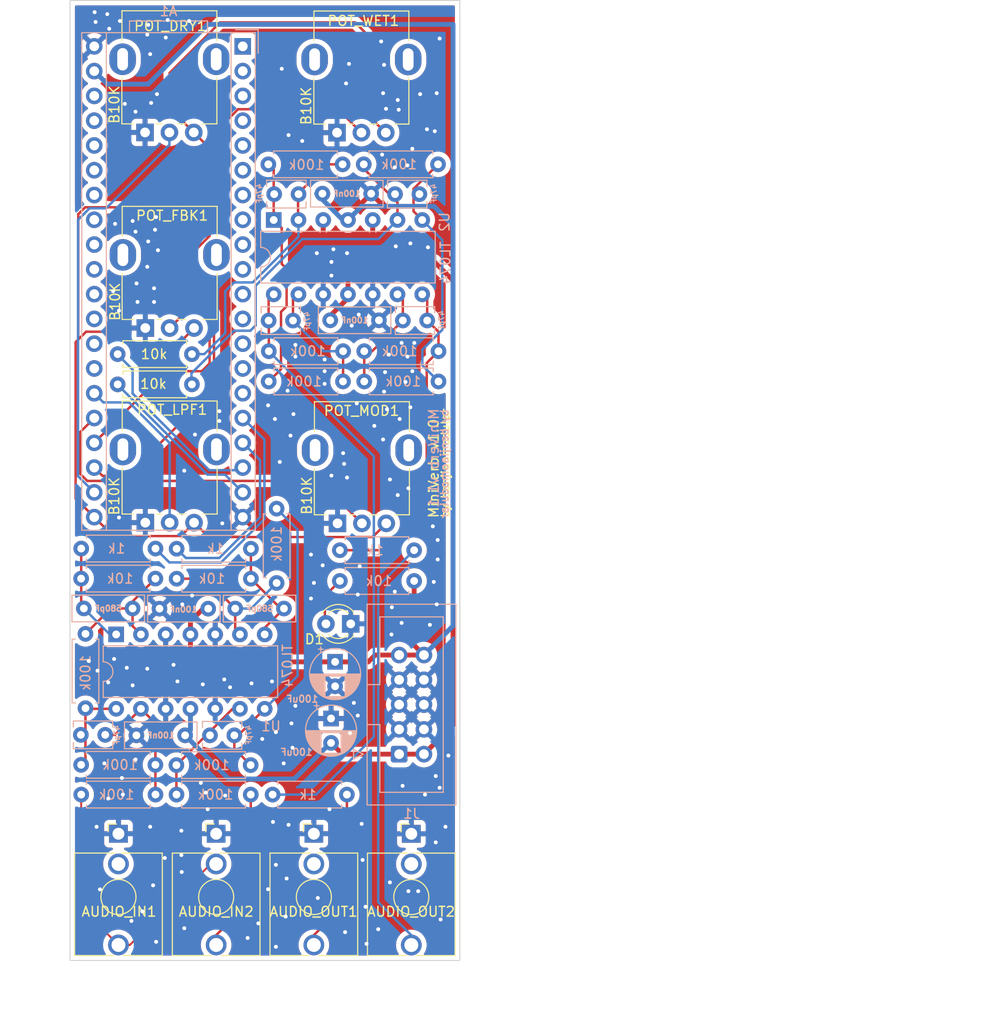
<source format=kicad_pcb>
(kicad_pcb (version 20211014) (generator pcbnew)
  (layers (0 "F.Cu" signal) (31 "B.Cu" signal) (34 "B.Paste" user) (35 "F.Paste" user) (36 "B.SilkS" user "B.Silkscreen") (37 "F.SilkS" user "F.Silkscreen") (38 "B.Mask" user) (39 "F.Mask" user) (44 "Edge.Cuts" user))
  (net 0 "")
  (net 1 "GND")
  (net 3 "Net-(AUDIO_IN1-PadT)")
  (net 4 "Net-(AUDIO_IN2-PadT)")
  (net 6 "Net-(AUDIO_OUT1-PadT)")
  (net 8 "Net-(AUDIO_OUT2-PadT)")
  (net 9 "Net-(C1-Pad2)")
  (net 10 "Net-(C1-Pad1)")
  (net 11 "Net-(C2-Pad2)")
  (net 12 "Net-(C2-Pad1)")
  (net 13 "Net-(C3-Pad1)")
  (net 14 "Net-(C4-Pad2)")
  (net 15 "Net-(C4-Pad1)")
  (net 16 "Net-(C5-Pad2)")
  (net 17 "Net-(C5-Pad1)")
  (net 18 "Net-(C6-Pad1)")
  (net 19 "Net-(C7-Pad2)")
  (net 20 "Net-(C7-Pad1)")
  (net 21 "Net-(C8-Pad1)")
  (net 22 "+12V")
  (net 23 "-12V")
  (net 24 "INT_AUDIO_OUT1")
  (net 25 "INT_AUDIO_IN1")
  (net 26 "INT_AUDIO_IN2")
  (net 27 "INT_AUDIO_OUT2")
  (net 28 "Net-(D1-Pad2)")
  (net 29 "3V3_A")
  (net 30 "DRY")
  (net 31 "FEEDBACK")
  (net 32 "LPF")
  (net 33 "MOD")
  (net 34 "WET")
  (net 35 "3V3_D")
  (net 62 "Net-(C3-Pad2)")
  (net 63 "Net-(C6-Pad2)")
  (net 64 "Net-(C8-Pad2)")
  (footprint "benjiaomodular:AudioJack_3.5mm" (layer "F.Cu") (at 99.995 135.414)
    (fp_text reference "AUDIO_OUT1")
    (fp_text value "MONO_JACK" hide)
  )
  (footprint "benjiaomodular:Potentiometer_RV09" (layer "F.Cu") (at 82.7 83.575 90)
    (fp_text reference "POT_FBK1")
    (fp_text value "B10K")
  )
  (footprint "benjiaomodular:Potentiometer_RV09" (layer "F.Cu") (at 82.675 63.525 90)
    (fp_text reference "POT_DRY1")
    (fp_text value "B10K")
  )
  (footprint "benjiaomodular:Resistor_L6.3mm_D2.5mm_P7.62mm_Horizontal" (layer "F.Cu") (at 87.485 86.25 180)
    (fp_text reference "R1")
    (fp_text value "10k")
  )
  (footprint "benjiaomodular:AudioJack_3.5mm" (layer "F.Cu") (at 89.971 135.414)
    (fp_text reference "AUDIO_IN2")
    (fp_text value "MONO_JACK" hide)
  )
  (footprint "benjiaomodular:AudioJack_3.5mm" (layer "F.Cu") (at 79.945 135.414)
    (fp_text reference "AUDIO_IN1")
    (fp_text value "MONO_JACK" hide)
  )
  (footprint "benjiaomodular:Potentiometer_RV09" (layer "F.Cu") (at 102.375 63.55 90)
    (fp_text reference "POT_WET1")
    (fp_text value "B10K")
  )
  (footprint "benjiaomodular:Potentiometer_RV09" (layer "F.Cu") (at 82.7 103.525 90)
    (fp_text reference "POT_LPF1")
    (fp_text value "B10K")
  )
  (footprint "benjiaomodular:AudioJack_3.5mm" (layer "F.Cu") (at 109.995 135.42)
    (fp_text reference "AUDIO_OUT2")
    (fp_text value "MONO_JACK" hide)
  )
  (footprint "benjiaomodular:Potentiometer_RV09" (layer "F.Cu") (at 102.425 103.596088 90)
    (fp_text reference "POT_MOD1")
    (fp_text value "B10K")
  )
  (footprint "benjiaomodular:Resistor_L6.3mm_D2.5mm_P7.62mm_Horizontal" (layer "F.Cu") (at 87.485 89.35 180)
    (fp_text reference "R16")
    (fp_text value "10k")
  )
  (footprint "LED_THT:LED_D3.0mm" (layer "F.Cu") (at 103.775 113.9 180)
    (fp_text reference "D1")
    (fp_text value "3mm_LED")
  )
  (footprint "benjiaomodular:Resistor_L6.3mm_D2.5mm_P7.62mm_Horizontal" (layer "B.Cu") (at 95.325 66.795)
    (fp_text reference "R3")
    (fp_text value "100k")
  )
  (footprint "benjiaomodular:Capacitor_Rect_L7.2mm_W2.5mm_P5.00mm" (layer "B.Cu") (at 76.395 112.32)
    (fp_text reference "C3")
    (fp_text value "580pF")
  )
  (footprint "benjiaomodular:Resistor_L6.3mm_D2.5mm_P7.62mm_Horizontal" (layer "B.Cu") (at 93.535 109.27 180)
    (fp_text reference "R14")
    (fp_text value "10k")
  )
  (footprint "Package_DIP:DIP-14_W7.62mm" (layer "B.Cu") (at 79.711088 114.984903 -90)
    (fp_text reference "U1")
    (fp_text value "TL074")
  )
  (footprint "benjiaomodular:Capacitor_Rect_L7.2mm_W2.5mm_P5.00mm" (layer "B.Cu") (at 106.675 82.78 180)
    (fp_text reference "C14")
    (fp_text value "100nF")
  )
  (footprint "benjiaomodular:Resistor_L6.3mm_D2.5mm_P7.62mm_Horizontal" (layer "B.Cu") (at 102.985 89.05 180)
    (fp_text reference "R6")
    (fp_text value "100k")
  )
  (footprint "benjiaomodular:Capacitor_Disc_D3.8mm_W2.6mm_P2.50mm" (layer "B.Cu") (at 91.836088 125.324903 180)
    (fp_text reference "C5")
    (fp_text value "47pF")
  )
  (footprint "benjiaomodular:Resistor_L6.3mm_D2.5mm_P7.62mm_Horizontal" (layer "B.Cu") (at 76.561088 114.924903 -90)
    (fp_text reference "R5")
    (fp_text value "100k")
  )
  (footprint "benjiaomodular:Resistor_L6.3mm_D2.5mm_P7.62mm_Horizontal" (layer "B.Cu") (at 93.511088 128.374903 180)
    (fp_text reference "R12")
    (fp_text value "100k")
  )
  (footprint "benjiaomodular:Resistor_L6.3mm_D2.5mm_P7.62mm_Horizontal" (layer "B.Cu") (at 95.375 85.95)
    (fp_text reference "R8")
    (fp_text value "100k")
  )
  (footprint "benjiaomodular:Capacitor_Disc_D3.8mm_W2.6mm_P2.50mm" (layer "B.Cu") (at 111.625 82.8 180)
    (fp_text reference "C8")
    (fp_text value "47pF")
  )
  (footprint "benjiaomodular:Resistor_L6.3mm_D2.5mm_P7.62mm_Horizontal" (layer "B.Cu") (at 83.745 106.18 180)
    (fp_text reference "R10")
    (fp_text value "1k")
  )
  (footprint "benjiaomodular:Capacitor_Disc_D3.8mm_W2.6mm_P2.50mm" (layer "B.Cu") (at 76.086088 125.274903)
    (fp_text reference "C2")
    (fp_text value "47pF")
  )
  (footprint "benjiaomodular:Resistor_L6.3mm_D2.5mm_P7.62mm_Horizontal" (layer "B.Cu") (at 96.175 109.71 90)
    (fp_text reference "R13")
    (fp_text value "100k")
  )
  (footprint "benjiaomodular:Resistor_L6.3mm_D2.5mm_P7.62mm_Horizontal" (layer "B.Cu") (at 85.915 106.2)
    (fp_text reference "R15")
    (fp_text value "1k")
  )
  (footprint "benjiaomodular:Resistor_L6.3mm_D2.5mm_P7.62mm_Horizontal" (layer "B.Cu") (at 76.116088 128.349903)
    (fp_text reference "R4")
    (fp_text value "100k")
  )
  (footprint "benjiaomodular:Resistor_L6.3mm_D2.5mm_P7.62mm_Horizontal" (layer "B.Cu") (at 76.115 109.26)
    (fp_text reference "R7")
    (fp_text value "10k")
  )
  (footprint "benjiaomodular:Resistor_L6.3mm_D2.5mm_P7.62mm_Horizontal" (layer "B.Cu") (at 103.385 131.4 180)
    (fp_text reference "R9")
    (fp_text value "1k")
  )
  (footprint "benjiaomodular:Capacitor_Radial_D5.0mm_P2.5mm" (layer "B.Cu") (at 102.175 117.794888 -90)
    (fp_text reference "C9")
    (fp_text value "100uF")
  )
  (footprint "benjiaomodular:Resistor_L6.3mm_D2.5mm_P7.62mm_Horizontal" (layer "B.Cu") (at 102.665 109.5)
    (fp_text reference "R21")
    (fp_text value "10k")
  )
  (footprint "benjiaomodular:Resistor_L6.3mm_D2.5mm_P7.62mm_Horizontal" (layer "B.Cu") (at 112.785 85.95 180)
    (fp_text reference "R19")
    (fp_text value "100k")
  )
  (footprint "benjiaomodular:Capacitor_Rect_L7.2mm_W2.5mm_P5.00mm" (layer "B.Cu") (at 96.925 112.33 180)
    (fp_text reference "C6")
    (fp_text value "580pF")
  )
  (footprint "benjiaomodular:Resistor_L6.3mm_D2.5mm_P7.62mm_Horizontal" (layer "B.Cu") (at 112.735 66.795 180)
    (fp_text reference "R17")
    (fp_text value "100k")
  )
  (footprint "benjiaomodular:Resistor_L6.3mm_D2.5mm_P7.62mm_Horizontal" (layer "B.Cu") (at 85.901088 131.399903)
    (fp_text reference "R11")
    (fp_text value "100k")
  )
  (footprint "benjiaomodular:Resistor_L6.3mm_D2.5mm_P7.62mm_Horizontal" (layer "B.Cu") (at 110.285 106.35 180)
    (fp_text reference "R20")
    (fp_text value "1k")
  )
  (footprint "benjiaomodular:Capacitor_Radial_D5.0mm_P2.5mm" (layer "B.Cu") (at 101.759 123.6 -90)
    (fp_text reference "C10")
    (fp_text value "100uF")
  )
  (footprint "benjiaomodular:Capacitor_Rect_L7.2mm_W2.5mm_P5.00mm" (layer "B.Cu") (at 100.875 69.8)
    (fp_text reference "C13")
    (fp_text value "100nF")
  )
  (footprint "Package_DIP:DIP-14_W7.62mm" (layer "B.Cu") (at 95.875 72.5 -90)
    (fp_text reference "U2")
    (fp_text value "TL074")
  )
  (footprint "Connector_IDC:IDC-Header_2x05_P2.54mm_Vertical" (layer "B.Cu") (at 108.7475 127.255)
    (fp_text reference "J1")
    (fp_text value "IDC_2x05")
  )
  (footprint "benjiaomodular:Capacitor_Rect_L7.2mm_W2.5mm_P5.00mm" (layer "B.Cu") (at 89.155 112.34 180)
    (fp_text reference "C11")
    (fp_text value "100nF")
  )
  (footprint "benjiaomodular:Capacitor_Disc_D3.8mm_W2.6mm_P2.50mm" (layer "B.Cu") (at 95.355 82.81)
    (fp_text reference "C4")
    (fp_text value "47pF")
  )
  (footprint "benjiaomodular:Capacitor_Rect_L7.2mm_W2.5mm_P5.00mm" (layer "B.Cu") (at 81.786088 125.324903)
    (fp_text reference "C12")
    (fp_text value "100nF")
  )
  (footprint "benjiaomodular:Capacitor_Disc_D3.8mm_W2.6mm_P2.50mm" (layer "B.Cu") (at 110.825 69.85 180)
    (fp_text reference "C7")
    (fp_text value "47pF")
  )
  (footprint "daisy-seed:Device_Audio_Electrosmith_Daisy_Seed" (layer "B.Cu") (at 92.7025 54.7 180)
    (fp_text reference "A1")
    (fp_text value "Device_Audio_Electrosmith_Daisy_Seed_Rev4")
  )
  (footprint "benjiaomodular:Resistor_L6.3mm_D2.5mm_P7.62mm_Horizontal" (layer "B.Cu") (at 105.165 89.05)
    (fp_text reference "R18")
    (fp_text value "100k")
  )
  (footprint "benjiaomodular:Resistor_L6.3mm_D2.5mm_P7.62mm_Horizontal" (layer "B.Cu") (at 83.746088 131.399903 180)
    (fp_text reference "R2")
    (fp_text value "100k")
  )
  (footprint "benjiaomodular:Capacitor_Disc_D3.8mm_W2.6mm_P2.50mm" (layer "B.Cu") (at 95.925 69.85)
    (fp_text reference "C1")
    (fp_text value "47pF")
  )
  (gr_line (start 74.975 148.4) (end 114.975 148.4) (layer "Edge.Cuts") (width 0.1))
  (gr_line (start 74.975 50) (end 74.975 148.4) (layer "Edge.Cuts") (width 0.1))
  (gr_line (start 114.975 148.4) (end 114.975 50) (layer "Edge.Cuts") (width 0.1))
  (gr_line (start 114.975 50) (end 74.975 50) (layer "Edge.Cuts") (width 0.1))
  (gr_text "MiniVerb v1.1" (at 112.3 96.9 90) (layer "B.SilkS") (effects (font (size 1 1)) (justify mirror)))
  (gr_text "by benjiaomodular" (at 113.4 97.5 -270) (layer "B.SilkS") (effects (font (size 0.8 0.8)) (justify mirror)))
  (gr_text "MiniVerb v1.0" (at 112.29 97.97 90) (layer "F.SilkS") (effects (font (size 1 1))))
  (gr_text "by benjiaomodular" (at 113.49 97.41 90) (layer "F.SilkS") (effects (font (size 0.8 0.8))))
  (via (at 78.8 51.4) (size 0.8) (drill 0.4) (layers "F.Cu" "B.Cu") (net 1))
  (via (at 95.7 119.8) (size 0.8) (drill 0.4) (layers "F.Cu" "B.Cu") (net 1))
  (via (at 112.6 59.5) (size 0.8) (drill 0.4) (layers "F.Cu" "B.Cu") (net 1))
  (via (at 108.7 61.2) (size 0.8) (drill 0.4) (layers "F.Cu" "B.Cu") (net 1))
  (via (at 104.7 108) (size 0.8) (drill 0.4) (layers "F.Cu" "B.Cu") (net 1))
  (via (at 87.2 52.1) (size 0.8) (drill 0.4) (layers "F.Cu" "B.Cu") (net 1))
  (via (at 109.9 91.7) (size 0.8) (drill 0.4) (layers "F.Cu" "B.Cu") (net 1))
  (via (at 89.1 132.9) (size 0.8) (drill 0.4) (layers "F.Cu" "B.Cu") (net 1))
  (via (at 83.2 55.5) (size 0.8) (drill 0.4) (layers "F.Cu" "B.Cu") (net 1))
  (via (at 113.5 134.7) (size 0.8) (drill 0.4) (layers "F.Cu" "B.Cu") (net 1))
  (via (at 86.7 145.1) (size 0.8) (drill 0.4) (layers "F.Cu" "B.Cu") (net 1))
  (via (at 86.434878 139.334878) (size 0.8) (drill 0.4) (layers "F.Cu" "B.Cu") (net 1))
  (via (at 86.4 137.6) (size 0.8) (drill 0.4) (layers "F.Cu" "B.Cu") (net 1))
  (via (at 81.7 61.4) (size 0.8) (drill 0.4) (layers "F.Cu" "B.Cu") (net 1))
  (via (at 82.9 118.5) (size 0.8) (drill 0.4) (layers "F.Cu" "B.Cu") (net 1))
  (via (at 109.4 89.1) (size 0.8) (drill 0.4) (layers "F.Cu" "B.Cu") (net 1))
  (via (at 82.9 53.5) (size 0.8) (drill 0.4) (layers "F.Cu" "B.Cu") (net 1))
  (via (at 104.9 134.4) (size 0.8) (drill 0.4) (layers "F.Cu" "B.Cu") (net 1))
  (via (at 97.3 90) (size 0.8) (drill 0.4) (layers "F.Cu" "B.Cu") (net 1))
  (via (at 96.5 97.3) (size 0.8) (drill 0.4) (layers "F.Cu" "B.Cu") (net 1))
  (via (at 111.6 63.2) (size 0.8) (drill 0.4) (layers "F.Cu" "B.Cu") (net 1))
  (via (at 112.6 111.9) (size 0.8) (drill 0.4) (layers "F.Cu" "B.Cu") (net 1))
  (via (at 99.7 106.8) (size 0.8) (drill 0.4) (layers "F.Cu" "B.Cu") (net 1))
  (via (at 108.6 100.7) (size 0.8) (drill 0.4) (layers "F.Cu" "B.Cu") (net 1))
  (via (at 97.4 134.5) (size 0.8) (drill 0.4) (layers "F.Cu" "B.Cu") (net 1))
  (via (at 108.3 67.1) (size 0.8) (drill 0.4) (layers "F.Cu" "B.Cu") (net 1))
  (via (at 83.5 140.7) (size 0.8) (drill 0.4) (layers "F.Cu" "B.Cu") (net 1))
  (via (at 93.6 120) (size 0.8) (drill 0.4) (layers "F.Cu" "B.Cu") (net 1))
  (via (at 107.4 61.1) (size 0.8) (drill 0.4) (layers "F.Cu" "B.Cu") (net 1))
  (via (at 110.9 59.6) (size 0.8) (drill 0.4) (layers "F.Cu" "B.Cu") (net 1))
  (via (at 86.5 111.9) (size 0.8) (drill 0.4) (layers "F.Cu" "B.Cu") (net 1))
  (via (at 81.8 79) (size 0.8) (drill 0.4) (layers "F.Cu" "B.Cu") (net 1))
  (via (at 77.7 134.7) (size 0.8) (drill 0.4) (layers "F.Cu" "B.Cu") (net 1))
  (via (at 83.9 59.6) (size 0.8) (drill 0.4) (layers "F.Cu" "B.Cu") (net 1))
  (via (at 110.7 141.3) (size 0.8) (drill 0.4) (layers "F.Cu" "B.Cu") (net 1))
  (via (at 100.3 75.9) (size 0.8) (drill 0.4) (layers "F.Cu" "B.Cu") (net 1))
  (via (at 101.1 88) (size 0.8) (drill 0.4) (layers "F.Cu" "B.Cu") (net 1))
  (via (at 96.9 128.2) (size 0.8) (drill 0.4) (layers "F.Cu" "B.Cu") (net 1))
  (via (at 109 85.1) (size 0.8) (drill 0.4) (layers "F.Cu" "B.Cu") (net 1))
  (via (at 109.6 86.5) (size 0.8) (drill 0.4) (layers "F.Cu" "B.Cu") (net 1))
  (via (at 84 75.6) (size 0.8) (drill 0.4) (layers "F.Cu" "B.Cu") (net 1))
  (via (at 78.05 141.12) (size 0.8) (drill 0.4) (layers "F.Cu" "B.Cu") (net 1))
  (via (at 81.28 144.35) (size 0.8) (drill 0.4) (layers "F.Cu" "B.Cu") (net 1))
  (via (at 111.9 114) (size 0.8) (drill 0.4) (layers "F.Cu" "B.Cu") (net 1))
  (via (at 94.3 144.6) (size 0.8) (drill 0.4) (layers "F.Cu" "B.Cu") (net 1))
  (via (at 88.9 131.2) (size 0.8) (drill 0.4) (layers "F.Cu" "B.Cu") (net 1))
  (via (at 106.2 93.6) (size 0.8) (drill 0.4) (layers "F.Cu" "B.Cu") (net 1))
  (via (at 80 103) (size 0.8) (drill 0.4) (layers "F.Cu" "B.Cu") (net 1))
  (via (at 97.6 94.6) (size 0.8) (drill 0.4) (layers "F.Cu" "B.Cu") (net 1))
  (via (at 86.7 98.2) (size 0.8) (drill 0.4) (layers "F.Cu" "B.Cu") (net 1))
  (via (at 98.1 86.5) (size 0.8) (drill 0.4) (layers "F.Cu" "B.Cu") (net 1))
  (via (at 90.8 119.6) (size 0.8) (drill 0.4) (layers "F.Cu" "B.Cu") (net 1))
  (via (at 112.5 136.3) (size 0.8) (drill 0.4) (layers "F.Cu" "B.Cu") (net 1))
  (via (at 111.7 75.3) (size 0.8) (drill 0.4) (layers "F.Cu" "B.Cu") (net 1))
  (via (at 110.1 65.2) (size 0.8) (drill 0.4) (layers "F.Cu" "B.Cu") (net 1))
  (via (at 112.7 107.3) (size 0.8) (drill 0.4) (layers "F.Cu" "B.Cu") (net 1))
  (via (at 101.8 78.2) (size 0.8) (drill 0.4) (layers "F.Cu" "B.Cu") (net 1))
  (via (at 82.397219 143.372538) (size 0.8) (drill 0.4) (layers "F.Cu" "B.Cu") (net 1))
  (via (at 101.6 132.9) (size 0.8) (drill 0.4) (layers "F.Cu" "B.Cu") (net 1))
  (via (at 107.7 86.3) (size 0.8) (drill 0.4) (layers "F.Cu" "B.Cu") (net 1))
  (via (at 112.3 109.6) (size 0.8) (drill 0.4) (layers "F.Cu" "B.Cu") (net 1))
  (via (at 106.9 54.2) (size 0.8) (drill 0.4) (layers "F.Cu" "B.Cu") (net 1))
  (via (at 105 138.1) (size 0.8) (drill 0.4) (layers "F.Cu" "B.Cu") (net 1))
  (via (at 95.8 134.2) (size 0.8) (drill 0.4) (layers "F.Cu" "B.Cu") (net 1))
  (via (at 80 81.8) (size 0.8) (drill 0.4) (layers "F.Cu" "B.Cu") (net 1))
  (via (at 81.7 127.8) (size 0.8) (drill 0.4) (layers "F.Cu" "B.Cu") (net 1))
  (via (at 81.4 72.6) (size 0.8) (drill 0.4) (layers "F.Cu" "B.Cu") (net 1))
  (via (at 81.7 73.7) (size 0.8) (drill 0.4) (layers "F.Cu" "B.Cu") (net 1))
  (via (at 97.4 63.8) (size 0.8) (drill 0.4) (layers "F.Cu" "B.Cu") (net 1))
  (via (at 112.5 129.5) (size 0.8) (drill 0.4) (layers "F.Cu" "B.Cu") (net 1))
  (via (at 107.2 56.6) (size 0.8) (drill 0.4) (layers "F.Cu" "B.Cu") (net 1))
  (via (at 97.2 140) (size 0.8) (drill 0.4) (layers "F.Cu" "B.Cu") (net 1))
  (via (at 113 144.2) (size 0.8) (drill 0.4) (layers "F.Cu" "B.Cu") (net 1))
  (via (at 108.6 60.2) (size 0.8) (drill 0.4) (layers "F.Cu" "B.Cu") (net 1))
  (via (at 85 52) (size 0.8) (drill 0.4) (layers "F.Cu" "B.Cu") (net 1))
  (via (at 86.4 135.1) (size 0.8) (drill 0.4) (layers "F.Cu" "B.Cu") (net 1))
  (via (at 107.3 88.1) (size 0.8) (drill 0.4) (layers "F.Cu" "B.Cu") (net 1))
  (via (at 78.5 128.2) (size 0.8) (drill 0.4) (layers "F.Cu" "B.Cu") (net 1))
  (via (at 83.8 72.2) (size 0.8) (drill 0.4) (layers "F.Cu" "B.Cu") (net 1))
  (via (at 80.1 52.1) (size 0.8) (drill 0.4) (layers "F.Cu" "B.Cu") (net 1))
  (via (at 105.4 146.7) (size 0.8) (drill 0.4) (layers "F.Cu" "B.Cu") (net 1))
  (via (at 107.1 59.5) (size 0.8) (drill 0.4) (layers "F.Cu" "B.Cu") (net 1))
  (via (at 105.3 142.9) (size 0.8) (drill 0.4) (layers "F.Cu" "B.Cu") (net 1))
  (via (at 103.4 75.9) (size 0.8) (drill 0.4) (layers "F.Cu" "B.Cu") (net 1))
  (via (at 80.4 131.4) (size 0.8) (drill 0.4) (layers "F.Cu" "B.Cu") (net 1))
  (via (at 77.8 118.7) (size 0.8) (drill 0.4) (layers "F.Cu" "B.Cu") (net 1))
  (via (at 83 74.7) (size 0.8) (drill 0.4) (layers "F.Cu" "B.Cu") (net 1))
  (via (at 107.960068 114.986771) (size 0.8) (drill 0.4) (layers "F.Cu" "B.Cu") (net 1))
  (via (at 101.1 86.8) (size 0.8) (drill 0.4) (layers "F.Cu" "B.Cu") (net 1))
  (via (at 112.4 63.4) (size 0.8) (drill 0.4) (layers "F.Cu" "B.Cu") (net 1))
  (via (at 96.1 125) (size 0.8) (drill 0.4) (layers "F.Cu" "B.Cu") (net 1))
  (via (at 88.4 130.2) (size 0.8) (drill 0.4) (layers "F.Cu" "B.Cu") (net 1))
  (via (at 104.5 110.9) (size 0.8) (drill 0.4) (layers "F.Cu" "B.Cu") (net 1))
  (via (at 109.6 66.9) (size 0.8) (drill 0.4) (layers "F.Cu" "B.Cu") (net 1))
  (via (at 107.2 90.1) (size 0.8) (drill 0.4) (layers "F.Cu" "B.Cu") (net 1))
  (via (at 79.4 79.8) (size 0.8) (drill 0.4) (layers "F.Cu" "B.Cu") (net 1))
  (via (at 96 92.9) (size 0.8) (drill 0.4) (layers "F.Cu" "B.Cu") (net 1))
  (via (at 96.1 147) (size 0.8) (drill 0.4) (layers "F.Cu" "B.Cu") (net 1))
  (via (at 98.8 64.4) (size 0.8) (drill 0.4) (layers "F.Cu" "B.Cu") (net 1))
  (via (at 80.3 129.7) (size 0.8) (drill 0.4) (layers "F.Cu" "B.Cu") (net 1))
  (via (at 77.5 51.2) (size 0.8) (drill 0.4) (layers "F.Cu" "B.Cu") (net 1))
  (via (at 77.6 52.2) (size 0.8) (drill 0.4) (layers "F.Cu" "B.Cu") (net 1))
  (via (at 95.3 91.5) (size 0.8) (drill 0.4) (layers "F.Cu" "B.Cu") (net 1))
  (via (at 78.9 131.8) (size 0.8) (drill 0.4) (layers "F.Cu" "B.Cu") (net 1))
  (via (at 86 119.8) (size 0.8) (drill 0.4) (layers "F.Cu" "B.Cu") (net 1))
  (via (at 107.8 99.1) (size 0.8) (drill 0.4) (layers "F.Cu" "B.Cu") (net 1))
  (via (at 79.5 117.5) (size 0.8) (drill 0.4) (layers "F.Cu" "B.Cu") (net 1))
  (via (at 97.1 143.9) (size 0.8) (drill 0.4) (layers "F.Cu" "B.Cu") (net 1))
  (via (at 96.7 57) (size 0.8) (drill 0.4) (layers "F.Cu" "B.Cu") (net 1))
  (via (at 97.8 126.6) (size 0.8) (drill 0.4) (layers "F.Cu" "B.Cu") (net 1))
  (via (at 82.9 77.3) (size 0.8) (drill 0.4) (layers "F.Cu" "B.Cu") (net 1))
  (via (at 109.1 130.5) (size 0.8) (drill 0.4) (layers "F.Cu" "B.Cu") (net 1))
  (via (at 81.4 120.2) (size 0.8) (drill 0.4) (layers "F.Cu" "B.Cu") (net 1))
  (via (at 84.7 137.9) (size 0.8) (drill 0.4) (layers "F.Cu" "B.Cu") (net 1))
  (via (at 101.1 89.3) (size 0.8) (drill 0.4) (layers "F.Cu" "B.Cu") (net 1))
  (via (at 108.8 92.9) (size 0.8) (drill 0.4) (layers "F.Cu" "B.Cu") (net 1))
  (via (at 90.6 103.6) (size 0.8) (drill 0.4) (layers "F.Cu" "B.Cu") (net 1))
  (via (at 100.9 107.9) (size 0.8) (drill 0.4) (layers "F.Cu" "B.Cu") (net 1))
  (via (at 76.9 117.7) (size 0.8) (drill 0.4) (layers "F.Cu" "B.Cu") (net 1))
  (via (at 101.8 76.8) (size 0.8) (drill 0.4) (layers "F.Cu" "B.Cu") (net 1))
  (via (at 103.7 125.1) (size 0.8) (drill 0.4) (layers "F.Cu" "B.Cu") (net 1))
  (via (at 83.3 60.5) (size 0.8) (drill 0.4) (layers "F.Cu" "B.Cu") (net 1))
  (via (at 108 112.2) (size 0.8) (drill 0.4) (layers "F.Cu" "B.Cu") (net 1))
  (via (at 110.3 85.1) (size 0.8) (drill 0.4) (layers "F.Cu" "B.Cu") (net 1))
  (via (at 97.7 124.1) (size 0.8) (drill 0.4) (layers "F.Cu" "B.Cu") (net 1))
  (via (at 112.2 103.9) (size 0.8) (drill 0.4) (layers "F.Cu" "B.Cu") (net 1))
  (via (at 100 109.7) (size 0.8) (drill 0.4) (layers "F.Cu" "B.Cu") (net 1))
  (via (at 83.2 134.7) (size 0.8) (drill 0.4) (layers "F.Cu" "B.Cu") (net 1))
  (via (at 108.4 75.2) (size 0.8) (drill 0.4) (layers "F.Cu" "B.Cu") (net 1))
  (via (at 83.81 146.49) (size 0.8) (drill 0.4) (layers "F.Cu" "B.Cu") (net 1))
  (via (at 83.6 80.9) (size 0.8) (drill 0.4) (layers "F.Cu" "B.Cu") (net 1))
  (via (at 113.8 127.4) (size 0.8) (drill 0.4) (layers "F.Cu" "B.Cu") (net 1))
  (via (at 83 52.5) (size 0.8) (drill 0.4) (layers "F.Cu" "B.Cu") (net 1))
  (via (at 110.1 88) (size 0.8) (drill 0.4) (layers "F.Cu" "B.Cu") (net 1))
  (via (at 107.5 91.9) (size 0.8) (drill 0.4) (layers "F.Cu" "B.Cu") (net 1))
  (via (at 80.6 60.6) (size 0.8) (drill 0.4) (layers "F.Cu" "B.Cu") (net 1))
  (via (at 90.3 92.1) (size 0.8) (drill 0.4) (layers "F.Cu" "B.Cu") (net 1))
  (via (at 104.6 82.2) (size 0.8) (drill 0.4) (layers "F.Cu" "B.Cu") (net 1))
  (via (at 79.6 72.9) (size 0.8) (drill 0.4) (layers "F.Cu" "B.Cu") (net 1))
  (via (at 90.9 131.5) (size 0.8) (drill 0.4) (layers "F.Cu" "B.Cu") (net 1))
  (via (at 104.1 122) (size 0.8) (drill 0.4) (layers "F.Cu" "B.Cu") (net 1))
  (via (at 94.7 125.7) (size 0.8) (drill 0.4) (layers "F.Cu" "B.Cu") (net 1))
  (via (at 84.8 53.8) (size 0.8) (drill 0.4) (layers "F.Cu" "B.Cu") (net 1))
  (via (at 103.1 97.5) (size 0.8) (drill 0.4) (layers "F.Cu" "B.Cu") (net 1))
  (via (at 103.878106 83.327556) (size 0.8) (drill 0.4) (layers "F.Cu" "B.Cu") (net 1))
  (via (at 85.6 118.1) (size 0.8) (drill 0.4) (layers "F.Cu" "B.Cu") (net 1))
  (via (at 112.9 130.7) (size 0.8) (drill 0.4) (layers "F.Cu" "B.Cu") (net 1))
  (via (at 103.6 56.5) (size 0.8) (drill 0.4) (layers "F.Cu" "B.Cu") (net 1))
  (via (at 104.5 123.3) (size 0.8) (drill 0.4) (layers "F.Cu" "B.Cu") (net 1))
  (via (at 83.7 73.5) (size 0.8) (drill 0.4) (layers "F.Cu" "B.Cu") (net 1))
  (via (at 106.6 145.2) (size 0.8) (drill 0.4) (layers "F.Cu" "B.Cu") (net 1))
  (via (at 81.9 80.9) (size 0.8) (drill 0.4) (layers "F.Cu" "B.Cu") (net 1))
  (via (at 103.2 145.5) (size 0.8) (drill 0.4) (layers "F.Cu" "B.Cu") (net 1))
  (via (at 101.8 98.7) (size 0.8) (drill 0.4) (layers "F.Cu" "B.Cu") (net 1))
  (via (at 107 65.8) (size 0.8) (drill 0.4) (layers "F.Cu" "B.Cu") (net 1))
  (via (at 107.1 95) (size 0.8) (drill 0.4) (layers "F.Cu" "B.Cu") (net 1))
  (via (at 103.4 98.9) (size 0.8) (drill 0.4) (layers "F.Cu" "B.Cu") (net 1))
  (via (at 99.7 111.3) (size 0.8) (drill 0.4) (layers "F.Cu" "B.Cu") (net 1))
  (via (at 103 96.4) (size 0.8) (drill 0.4) (layers "F.Cu" "B.Cu") (net 1))
  (via (at 107.8 140.4) (size 0.8) (drill 0.4) (layers "F.Cu" "B.Cu") (net 1))
  (via (at 97.9 92.4) (size 0.8) (drill 0.4) (layers "F.Cu" "B.Cu") (net 1))
  (via (at 112.9 53.9) (size 0.8) (drill 0.4) (layers "F.Cu" "B.Cu") (net 1))
  (via (at 87.5 111) (size 0.8) (drill 0.4) (layers "F.Cu" "B.Cu") (net 1))
  (via (at 80.8 118.4) (size 0.8) (drill 0.4) (layers "F.Cu" "B.Cu") (net 1))
  (via (at 104.4 91.3) (size 0.8) (drill 0.4) (layers "F.Cu" "B.Cu") (net 1))
  (via (at 109.7 141.3) (size 0.8) (drill 0.4) (layers "F.Cu" "B.Cu") (net 1))
  (via (at 98.1 122.3) (size 0.8) (drill 0.4) (layers "F.Cu" "B.Cu") (net 1))
  (via (at 93.2 146.1) (size 0.8) (drill 0.4) (layers "F.Cu" "B.Cu") (net 1))
  (via (at 78.9 119.9) (size 0.8) (drill 0.4) (layers "F.Cu" "B.Cu") (net 1))
  (via (at 83.6 79.5) (size 0.8) (drill 0.4) (layers "F.Cu" "B.Cu") (net 1))
  (via (at 112.7 105.3) (size 0.8) (drill 0.4) (layers "F.Cu" "B.Cu") (net 1))
  (via (at 98.1 85.3) (size 0.8) (drill 0.4) (layers "F.Cu" "B.Cu") (net 1))
  (via (at 100.4 142) (size 0.8) (drill 0.4) (layers "F.Cu" "B.Cu") (net 1))
  (via (at 103.3 58.5) (size 0.8) (drill 0.4) (layers "F.Cu" "B.Cu") (net 1))
  (via (at 90.3 93.1) (size 0.8) (drill 0.4) (layers "F.Cu" "B.Cu") (net 1))
  (via (at 79 52.9) (size 0.8) (drill 0.4) (layers "F.Cu" "B.Cu") (net 1))
  (via (at 109.9 74.9) (size 0.8) (drill 0.4) (layers "F.Cu" "B.Cu") (net 1))
  (via (at 108.3 110.6) (size 0.8) (drill 0.4) (layers "F.Cu" "B.Cu") (net 1))
  (via (at 109 113.8) (size 0.8) (drill 0.4) (layers "F.Cu" "B.Cu") (net 1))
  (via (at 95.3 141.1) (size 0.8) (drill 0.4) (layers "F.Cu" "B.Cu") (net 1))
  (via (at 111.4 131.4) (size 0.8) (drill 0.4) (layers "F.Cu" "B.Cu") (net 1))
  (via (at 91.4 120.4) (size 0.8) (drill 0.4) (layers "F.Cu" "B.Cu") (net 1))
  (via (at 88.6 120.1) (size 0.8) (drill 0.4) (layers "F.Cu" "B.Cu") (net 1))
  (via (at 109.7 100) (size 0.8) (drill 0.4) (layers "F.Cu" "B.Cu") (net 1))
  (via (at 102 75.5) (size 0.8) (drill 0.4) (layers "F.Cu" "B.Cu") (net 1))
  (via (at 96.1 138.6) (size 0.8) (drill 0.4) (layers "F.Cu" "B.Cu") (net 1))
  (via (at 87.8 94.5) (size 0.8) (drill 0.4) (layers "F.Cu" "B.Cu") (net 1))
  (segment (start 76.126088 131.399903) (end 76.126088 142.995088) (width 0.2) (layer "F.Cu") (net 3))
  (segment (start 89.416 138.514) (end 81.116 146.814) (width 0.2) (layer "F.Cu") (net 3))
  (segment (start 76.126088 142.995088) (end 79.945 146.814) (width 0.2) (layer "F.Cu") (net 3))
  (segment (start 89.971 138.514) (end 89.416 138.514) (width 0.2) (layer "F.Cu") (net 3))
  (segment (start 81.116 146.814) (end 79.945 146.814) (width 0.2) (layer "F.Cu") (net 3))
  (segment (start 93.521088 131.399903) (end 93.521088 142.261) (width 0.25) (layer "F.Cu") (net 4))
  (segment (start 93.521088 142.261) (end 89.971 145.811088) (width 0.25) (layer "F.Cu") (net 4))
  (segment (start 103.385 142.421088) (end 99.995 145.811088) (width 0.25) (layer "F.Cu") (net 6))
  (segment (start 103.385 131.4) (end 103.385 142.421088) (width 0.25) (layer "F.Cu") (net 6))
  (segment (start 106.599501 110.035499) (end 106.599501 142.421589) (width 0.25) (layer "B.Cu") (net 8))
  (segment (start 106.599501 142.421589) (end 109.995 145.817088) (width 0.25) (layer "B.Cu") (net 8))
  (segment (start 110.285 106.35) (end 106.599501 110.035499) (width 0.25) (layer "B.Cu") (net 8))
  (segment (start 98.375 69.8) (end 98.375 72.46) (width 0.25) (layer "F.Cu") (net 9))
  (segment (start 98.375 72.46) (end 98.415 72.5) (width 0.25) (layer "F.Cu") (net 9))
  (segment (start 101.38 66.795) (end 98.375 69.8) (width 0.25) (layer "F.Cu") (net 9))
  (segment (start 102.945 66.795) (end 101.38 66.795) (width 0.25) (layer "F.Cu") (net 9))
  (segment (start 90.9 79.8) (end 90.9 84.1) (width 0.25) (layer "B.Cu") (net 9))
  (segment (start 98.415 74.21) (end 93.725 78.9) (width 0.25) (layer "B.Cu") (net 9))
  (segment (start 98.415 72.5) (end 98.415 74.21) (width 0.25) (layer "B.Cu") (net 9))
  (segment (start 93.725 78.9) (end 91.8 78.9) (width 0.25) (layer "B.Cu") (net 9))
  (segment (start 90.9 84.1) (end 88.75 86.25) (width 0.25) (layer "B.Cu") (net 9))
  (segment (start 88.75 86.25) (end 87.435 86.25) (width 0.25) (layer "B.Cu") (net 9))
  (segment (start 91.8 78.9) (end 90.9 79.8) (width 0.25) (layer "B.Cu") (net 9))
  (segment (start 95.325 66.795) (end 95.875 67.345) (width 0.25) (layer "F.Cu") (net 10))
  (segment (start 96.625 87.79) (end 96.625 81.920284) (width 0.25) (layer "F.Cu") (net 10))
  (segment (start 95.875 67.345) (end 95.875 72.5) (width 0.25) (layer "F.Cu") (net 10))
  (segment (start 95.365 89.05) (end 96.625 87.79) (width 0.25) (layer "F.Cu") (net 10))
  (segment (start 97.2 81.345284) (end 97.2 77.5) (width 0.25) (layer "F.Cu") (net 10))
  (segment (start 96.7 73.325) (end 95.875 72.5) (width 0.25) (layer "F.Cu") (net 10))
  (segment (start 97.2 77.5) (end 96.7 77) (width 0.25) (layer "F.Cu") (net 10))
  (segment (start 96.625 81.920284) (end 97.2 81.345284) (width 0.25) (layer "F.Cu") (net 10))
  (segment (start 96.7 77) (end 96.7 73.325) (width 0.25) (layer "F.Cu") (net 10))
  (segment (start 82.251088 122.604903) (end 83.736088 124.089903) (width 0.25) (layer "F.Cu") (net 11))
  (segment (start 83.736088 128.349903) (end 83.736088 131.389903) (width 0.25) (layer "F.Cu") (net 11))
  (segment (start 79.581088 125.274903) (end 78.586088 125.274903) (width 0.25) (layer "F.Cu") (net 11))
  (segment (start 83.736088 124.089903) (end 83.736088 128.349903) (width 0.25) (layer "F.Cu") (net 11))
  (segment (start 82.251088 122.604903) (end 79.581088 125.274903) (width 0.25) (layer "F.Cu") (net 11))
  (segment (start 83.736088 131.389903) (end 83.746088 131.399903) (width 0.25) (layer "F.Cu") (net 11))
  (segment (start 79.711088 122.604903) (end 76.621088 122.604903) (width 0.25) (layer "F.Cu") (net 12))
  (segment (start 76.561088 122.544903) (end 76.561088 127.904903) (width 0.25) (layer "F.Cu") (net 12))
  (segment (start 76.621088 122.604903) (end 76.561088 122.544903) (width 0.25) (layer "F.Cu") (net 12))
  (segment (start 76.561088 127.904903) (end 76.116088 128.349903) (width 0.25) (layer "F.Cu") (net 12))
  (segment (start 76.125 106.18) (end 76.125 112.05) (width 0.25) (layer "F.Cu") (net 13))
  (segment (start 76.125 112.05) (end 76.395 112.32) (width 0.25) (layer "F.Cu") (net 13))
  (segment (start 76.395 112.32) (end 79.059903 114.984903) (width 0.25) (layer "B.Cu") (net 13))
  (segment (start 79.059903 114.984903) (end 79.711088 114.984903) (width 0.25) (layer "B.Cu") (net 13))
  (segment (start 98.415 80.12) (end 97.855 80.68) (width 0.25) (layer "F.Cu") (net 14))
  (segment (start 102.995 89.04) (end 102.985 89.05) (width 0.25) (layer "F.Cu") (net 14))
  (segment (start 102.995 85.95) (end 102.995 89.04) (width 0.25) (layer "F.Cu") (net 14))
  (segment (start 97.855 80.68) (end 97.855 82.81) (width 0.25) (layer "F.Cu") (net 14))
  (segment (start 97.855 82.81) (end 100.995 85.95) (width 0.25) (layer "B.Cu") (net 14))
  (segment (start 100.995 85.95) (end 102.995 85.95) (width 0.25) (layer "B.Cu") (net 14))
  (segment (start 95.375 85.95) (end 95.375 82.83) (width 0.25) (layer "F.Cu") (net 15))
  (segment (start 95.355 82.81) (end 95.355 80.64) (width 0.25) (layer "F.Cu") (net 15))
  (segment (start 95.355 80.64) (end 95.875 80.12) (width 0.25) (layer "F.Cu") (net 15))
  (segment (start 95.375 82.83) (end 95.355 82.81) (width 0.25) (layer "F.Cu") (net 15))
  (segment (start 106.15 96.725) (end 106.15 125.475) (width 0.25) (layer "B.Cu") (net 15))
  (segment (start 95.375 85.95) (end 106.15 96.725) (width 0.25) (layer "B.Cu") (net 15))
  (segment (start 100.225 131.4) (end 95.765 131.4) (width 0.25) (layer "B.Cu") (net 15))
  (segment (start 100.225 131.4) (end 106.15 125.475) (width 0.25) (layer "B.Cu") (net 15))
  (segment (start 85.891088 128.374903) (end 85.891088 131.389903) (width 0.25) (layer "F.Cu") (net 16))
  (segment (start 85.891088 131.389903) (end 85.901088 131.399903) (width 0.25) (layer "F.Cu") (net 16))
  (segment (start 85.891088 128.374903) (end 91.661088 122.604903) (width 0.25) (layer "F.Cu") (net 16))
  (segment (start 91.661088 122.604903) (end 92.411088 122.604903) (width 0.25) (layer "F.Cu") (net 16))
  (segment (start 91.836088 126.699903) (end 93.511088 128.374903) (width 0.25) (layer "F.Cu") (net 17))
  (segment (start 94.951088 122.604903) (end 92.231088 125.324903) (width 0.25) (layer "F.Cu") (net 17))
  (segment (start 91.836088 125.324903) (end 91.836088 126.699903) (width 0.25) (layer "F.Cu") (net 17))
  (segment (start 92.231088 125.324903) (end 91.836088 125.324903) (width 0.25) (layer "F.Cu") (net 17))
  (segment (start 98.325499 104.240499) (end 98.325499 119.230492) (width 0.25) (layer "B.Cu") (net 17))
  (segment (start 98.325499 119.230492) (end 94.951088 122.604903) (width 0.25) (layer "B.Cu") (net 17))
  (segment (start 96.175 102.09) (end 98.325499 104.240499) (width 0.25) (layer "B.Cu") (net 17))
  (segment (start 96.595 112.33) (end 96.925 112.33) (width 0.25) (layer "F.Cu") (net 18))
  (segment (start 93.535 109.27) (end 96.595 112.33) (width 0.25) (layer "F.Cu") (net 18))
  (segment (start 93.535 106.2) (end 93.535 109.27) (width 0.25) (layer "F.Cu") (net 18))
  (segment (start 96.925 112.33) (end 94.951088 114.303912) (width 0.25) (layer "F.Cu") (net 18))
  (segment (start 94.951088 114.303912) (end 94.951088 114.984903) (width 0.25) (layer "F.Cu") (net 18))
  (segment (start 108.575 72.5) (end 108.575 70.7) (width 0.25) (layer "F.Cu") (net 19))
  (segment (start 107.725 69.85) (end 105.115 67.24) (width 0.25) (layer "F.Cu") (net 19))
  (segment (start 108.575 70.7) (end 107.725 69.85) (width 0.25) (layer "F.Cu") (net 19))
  (segment (start 105.115 67.24) (end 105.115 66.795) (width 0.25) (layer "F.Cu") (net 19))
  (segment (start 106.625 74.45) (end 98.81069 74.45) (width 0.25) (layer "B.Cu") (net 19))
  (segment (start 91.80363 83.85) (end 87.435 88.21863) (width 0.25) (layer "B.Cu") (net 19))
  (segment (start 87.435 88.21863) (end 87.435 89.35) (width 0.25) (layer "B.Cu") (net 19))
  (segment (start 108.575 72.5) (end 106.625 74.45) (width 0.25) (layer "B.Cu") (net 19))
  (segment (start 98.81069 74.45) (end 94.025 79.23569) (width 0.25) (layer "B.Cu") (net 19))
  (segment (start 94.025 79.23569) (end 94.025 83.3) (width 0.25) (layer "B.Cu") (net 19))
  (segment (start 94.025 83.3) (end 93.475 83.85) (width 0.25) (layer "B.Cu") (net 19))
  (segment (start 93.475 83.85) (end 91.80363 83.85) (width 0.25) (layer "B.Cu") (net 19))
  (segment (start 112.735 66.795) (end 110.225 69.305) (width 0.25) (layer "F.Cu") (net 20))
  (segment (start 110.225 69.305) (end 110.225 69.85) (width 0.25) (layer "F.Cu") (net 20))
  (segment (start 110.225 71.61) (end 111.115 72.5) (width 0.25) (layer "F.Cu") (net 20))
  (segment (start 110.225 69.85) (end 110.225 71.61) (width 0.25) (layer "F.Cu") (net 20))
  (segment (start 111.125 85.8) (end 111.125 87.39) (width 0.25) (layer "B.Cu") (net 20))
  (segment (start 111.125 87.39) (end 112.785 89.05) (width 0.25) (layer "B.Cu") (net 20))
  (segment (start 111.115 72.5) (end 113.175 74.56) (width 0.25) (layer "B.Cu") (net 20))
  (segment (start 113.175 83.75) (end 111.125 85.8) (width 0.25) (layer "B.Cu") (net 20))
  (segment (start 113.175 74.56) (end 113.175 83.75) (width 0.25) (layer "B.Cu") (net 20))
  (segment (start 111.625 82.8) (end 112.785 83.96) (width 0.25) (layer "F.Cu") (net 21))
  (segment (start 111.575 102.65) (end 107.875 106.35) (width 0.25) (layer "F.Cu") (net 21))
  (segment (start 111.575 87.16) (end 111.575 102.65) (width 0.25) (layer "F.Cu") (net 21))
  (segment (start 107.875 106.35) (end 102.665 106.35) (width 0.25) (layer "F.Cu") (net 21))
  (segment (start 112.785 83.96) (end 112.785 85.95) (width 0.25) (layer "F.Cu") (net 21))
  (segment (start 111.115 80.12) (end 111.625 80.63) (width 0.25) (layer "F.Cu") (net 21))
  (segment (start 111.625 80.63) (end 111.625 82.8) (width 0.25) (layer "F.Cu") (net 21))
  (segment (start 112.785 85.95) (end 111.575 87.16) (width 0.25) (layer "F.Cu") (net 21))
  (segment (start 110.285 109.5) (end 110.285 116.0925) (width 0.5) (layer "F.Cu") (net 22))
  (segment (start 87.331088 116.756088) (end 88.369888 117.794888) (width 0.5) (layer "F.Cu") (net 22))
  (segment (start 111.2875 117.095) (end 106.28 117.095) (width 0.5) (layer "F.Cu") (net 22))
  (segment (start 106.28 117.095) (end 105.575 117.8) (width 0.5) (layer "F.Cu") (net 22))
  (segment (start 88.635 112.34) (end 87.331088 113.643912) (width 0.5) (layer "F.Cu") (net 22))
  (segment (start 110.285 116.0925) (end 111.2875 117.095) (width 0.5) (layer "F.Cu") (net 22))
  (segment (start 87.331088 114.984903) (end 87.331088 116.756088) (width 0.5) (layer "F.Cu") (net 22))
  (segment (start 87.331088 113.643912) (end 87.331088 114.984903) (width 0.5) (layer "F.Cu") (net 22))
  (segment (start 105.575 117.8) (end 102.180112 117.8) (width 0.5) (layer "F.Cu") (net 22))
  (segment (start 89.155 112.34) (end 88.635 112.34) (width 0.5) (layer "F.Cu") (net 22))
  (segment (start 88.369888 117.794888) (end 102.175 117.794888) (width 0.5) (layer "F.Cu") (net 22))
  (segment (start 114.275 52.45) (end 114.275 114.1075) (width 0.5) (layer "B.Cu") (net 22))
  (segment (start 84.600499 56.974501) (end 84.600499 56.962033) (width 0.5) (layer "B.Cu") (net 22))
  (segment (start 114.275 114.1075) (end 111.2875 117.095) (width 0.5) (layer "B.Cu") (net 22))
  (segment (start 114.275 73) (end 114.225 73) (width 0.5) (layer "B.Cu") (net 22))
  (segment (start 104.895 71.1) (end 103.495 72.5) (width 0.5) (layer "B.Cu") (net 22))
  (segment (start 112.325 71.1) (end 104.895 71.1) (width 0.5) (layer "B.Cu") (net 22))
  (segment (start 84.600499 56.962033) (end 89.112532 52.45) (width 0.5) (layer "B.Cu") (net 22))
  (segment (start 77.4625 57.24) (end 78.7975 58.575) (width 0.5) (layer "B.Cu") (net 22))
  (segment (start 78.7975 58.575) (end 83 58.575) (width 0.5) (layer "B.Cu") (net 22))
  (segment (start 89.112532 52.45) (end 114.275 52.45) (width 0.5) (layer "B.Cu") (net 22))
  (segment (start 114.225 73) (end 112.325 71.1) (width 0.5) (layer "B.Cu") (net 22))
  (segment (start 103.495 72.5) (end 102.975 72.5) (width 0.5) (layer "B.Cu") (net 22))
  (segment (start 83 58.575) (end 84.600499 56.974501) (width 0.5) (layer "B.Cu") (net 22))
  (segment (start 102.975 72.5) (end 100.275 69.8) (width 0.5) (layer "B.Cu") (net 22))
  (segment (start 103.495 80.12) (end 103.495 78.13) (width 0.5) (layer "F.Cu") (net 23))
  (segment (start 111.2875 127.255) (end 102.914 127.255) (width 0.5) (layer "F.Cu") (net 23))
  (segment (start 114.275 78.7) (end 114.275 124.2675) (width 0.5) (layer "F.Cu") (net 23))
  (segment (start 101.675 82.325) (end 101.675 82.78) (width 0.5) (layer "F.Cu") (net 23))
  (segment (start 104.875 76.75) (end 112.325 76.75) (width 0.5) (layer "F.Cu") (net 23))
  (segment (start 103.495 78.13) (end 104.875 76.75) (width 0.5) (layer "F.Cu") (net 23))
  (segment (start 112.325 76.75) (end 114.275 78.7) (width 0.5) (layer "F.Cu") (net 23))
  (segment (start 114.275 124.2675) (end 111.2875 127.255) (width 0.5) (layer "F.Cu") (net 23))
  (segment (start 102.914 127.255) (end 101.759 126.1) (width 0.5) (layer "F.Cu") (net 23))
  (segment (start 103.495 80.505) (end 101.675 82.325) (width 0.5) (layer "F.Cu") (net 23))
  (segment (start 103.495 80.31) (end 103.495 80.505) (width 0.5) (layer "F.Cu") (net 23))
  (segment (start 97.991 129.8) (end 91.261185 129.8) (width 0.5) (layer "B.Cu") (net 23))
  (segment (start 91.261185 129.8) (end 86.786088 125.324903) (width 0.5) (layer "B.Cu") (net 23))
  (segment (start 87.331088 124.779903) (end 86.786088 125.324903) (width 0.5) (layer "B.Cu") (net 23))
  (segment (start 87.331088 122.604903) (end 87.331088 124.779903) (width 0.5) (layer "B.Cu") (net 23))
  (segment (start 101.691 126.1) (end 97.991 129.8) (width 0.5) (layer "B.Cu") (net 23))
  (segment (start 89.261189 98.150499) (end 81.4 90.28931) (width 0.25) (layer "B.Cu") (net 24))
  (segment (start 92.432001 98.150499) (end 89.261189 98.150499) (width 0.25) (layer "B.Cu") (net 24))
  (segment (start 92.7025 97.88) (end 92.432001 98.150499) (width 0.25) (layer "B.Cu") (net 24))
  (segment (start 81.4 90.28931) (end 81.4 87.835) (width 0.25) (layer "B.Cu") (net 24))
  (segment (start 81.4 87.835) (end 79.815 86.25) (width 0.25) (layer "B.Cu") (net 24))
  (segment (start 94.924501 103.150499) (end 90.475 107.6) (width 0.25) (layer "B.Cu") (net 25))
  (segment (start 85.165 107.6) (end 83.745 106.18) (width 0.25) (layer "B.Cu") (net 25))
  (segment (start 94.924501 95.022001) (end 94.924501 103.150499) (width 0.25) (layer "B.Cu") (net 25))
  (segment (start 92.7025 92.8) (end 94.924501 95.022001) (width 0.25) (layer "B.Cu") (net 25))
  (segment (start 90.475 107.6) (end 85.165 107.6) (width 0.25) (layer "B.Cu") (net 25))
  (segment (start 94.475 102.96431) (end 94.475 97.1125) (width 0.25) (layer "B.Cu") (net 26))
  (segment (start 90.28931 107.15) (end 94.475 102.96431) (width 0.25) (layer "B.Cu") (net 26))
  (segment (start 86.865 107.15) (end 90.28931 107.15) (width 0.25) (layer "B.Cu") (net 26))
  (segment (start 85.915 106.2) (end 86.865 107.15) (width 0.25) (layer "B.Cu") (net 26))
  (segment (start 94.475 97.1125) (end 92.7025 95.34) (width 0.25) (layer "B.Cu") (net 26))
  (segment (start 89.075 98.6) (end 79.825 89.35) (width 0.25) (layer "B.Cu") (net 27))
  (segment (start 92.7025 100.42) (end 90.8825 98.6) (width 0.25) (layer "B.Cu") (net 27))
  (segment (start 90.8825 98.6) (end 89.075 98.6) (width 0.25) (layer "B.Cu") (net 27))
  (segment (start 102.665 109.5) (end 101.125 111.04) (width 0.25) (layer "F.Cu") (net 28))
  (segment (start 101.125 113.79) (end 101.16 113.825) (width 0.25) (layer "F.Cu") (net 28))
  (segment (start 101.125 111.04) (end 101.125 113.79) (width 0.25) (layer "F.Cu") (net 28))
  (segment (start 83.425 71.2) (end 88.8 65.825) (width 0.25) (layer "F.Cu") (net 29))
  (segment (start 75.550499 101.047999) (end 75.550499 85.024501) (width 0.25) (layer "F.Cu") (net 29))
  (segment (start 87.625 83.675) (end 87.625 83.575) (width 0.25) (layer "F.Cu") (net 29))
  (segment (start 86.35 104.9) (end 79.4025 104.9) (width 0.25) (layer "F.Cu") (net 29))
  (segment (start 85.2 61.05) (end 85.2 57.425) (width 0.25) (layer "F.Cu") (net 29))
  (segment (start 75.550499 85.024501) (end 76.625 83.95) (width 0.25) (layer "F.Cu") (net 29))
  (segment (start 107.425 103.596088) (end 106.021088 105) (width 0.25) (layer "F.Cu") (net 29))
  (segment (start 85.2 57.425) (end 90.375 52.25) (width 0.25) (layer "F.Cu") (net 29))
  (segment (start 79.925 83.95) (end 81.275 85.3) (width 0.25) (layer "F.Cu") (net 29))
  (segment (start 79.4025 104.9) (end 77.4625 102.96) (width 0.25) (layer "F.Cu") (net 29))
  (segment (start 87.675 63.525) (end 85.2 61.05) (width 0.25) (layer "F.Cu") (net 29))
  (segment (start 75.825 84.8) (end 75.825 71.9) (width 0.25) (layer "F.Cu") (net 29))
  (segment (start 104.225 52.25) (end 105.4 53.425) (width 0.25) (layer "F.Cu") (net 29))
  (segment (start 105.4 61.6) (end 107.375 63.575) (width 0.25) (layer "F.Cu") (net 29))
  (segment (start 106.021088 105) (end 89.2 105) (width 0.25) (layer "F.Cu") (net 29))
  (segment (start 86 85.3) (end 87.625 83.675) (width 0.25) (layer "F.Cu") (net 29))
  (segment (start 88.8 65.825) (end 88.8 64.65) (width 0.25) (layer "F.Cu") (net 29))
  (segment (start 88.8 64.65) (end 87.675 63.525) (width 0.25) (layer "F.Cu") (net 29))
  (segment (start 81.275 85.3) (end 86 85.3) (width 0.25) (layer "F.Cu") (net 29))
  (segment (start 76.525 71.2) (end 83.425 71.2) (width 0.25) (layer "F.Cu") (net 29))
  (segment (start 75.825 71.9) (end 76.525 71.2) (width 0.25) (layer "F.Cu") (net 29))
  (segment (start 105.4 53.425) (end 105.4 61.6) (width 0.25) (layer "F.Cu") (net 29))
  (segment (start 76.625 83.95) (end 79.925 83.95) (width 0.25) (layer "F.Cu") (net 29))
  (segment (start 89.2 105) (end 87.725 103.525) (width 0.25) (layer "F.Cu") (net 29))
  (segment (start 90.375 52.25) (end 104.225 52.25) (width 0.25) (layer "F.Cu") (net 29))
  (segment (start 87.725 103.525) (end 86.35 104.9) (width 0.25) (layer "F.Cu") (net 29))
  (segment (start 77.4625 102.96) (end 75.550499 101.047999) (width 0.25) (layer "F.Cu") (net 29))
  (segment (start 78.672792 71.3) (end 76.981506 71.3) (width 0.25) (layer "B.Cu") (net 30))
  (segment (start 85.175 63.525) (end 85.175 64.797792) (width 0.25) (layer "B.Cu") (net 30))
  (segment (start 75.8 98.7575) (end 77.4625 100.42) (width 0.25) (layer "B.Cu") (net 30))
  (segment (start 75.8 72.481506) (end 75.8 98.7575) (width 0.25) (layer "B.Cu") (net 30))
  (segment (start 76.981506 71.3) (end 75.8 72.481506) (width 0.25) (layer "B.Cu") (net 30))
  (segment (start 85.175 64.797792) (end 78.672792 71.3) (width 0.25) (layer "B.Cu") (net 30))
  (segment (start 88.6 82) (end 89.3 82.7) (width 0.25) (layer "F.Cu") (net 31))
  (segment (start 88.5 88) (end 84.8025 88) (width 0.25) (layer "F.Cu") (net 31))
  (segment (start 84.8025 88) (end 77.4625 95.34) (width 0.25) (layer "F.Cu") (net 31))
  (segment (start 89.3 87.2) (end 88.5 88) (width 0.25) (layer "F.Cu") (net 31))
  (segment (start 85.2 83.575) (end 86.775 82) (width 0.25) (layer "F.Cu") (net 31))
  (segment (start 86.775 82) (end 88.6 82) (width 0.25) (layer "F.Cu") (net 31))
  (segment (start 89.3 82.7) (end 89.3 87.2) (width 0.25) (layer "F.Cu") (net 31))
  (segment (start 85.2 95.361396) (end 81.038604 91.2) (width 0.25) (layer "B.Cu") (net 32))
  (segment (start 81.038604 91.2) (end 78.4 91.2) (width 0.25) (layer "B.Cu") (net 32))
  (segment (start 77.4625 90.2625) (end 77.4625 90.26) (width 0.25) (layer "B.Cu") (net 32))
  (segment (start 78.4 91.2) (end 77.4625 90.2625) (width 0.25) (layer "B.Cu") (net 32))
  (segment (start 85.2 103.525) (end 85.2 95.361396) (width 0.25) (layer "B.Cu") (net 32))
  (segment (start 76 98.5) (end 76 94.2625) (width 0.25) (layer "F.Cu") (net 33))
  (segment (start 100.573912 99.245) (end 76.745 99.245) (width 0.25) (layer "F.Cu") (net 33))
  (segment (start 104.925 103.596088) (end 100.573912 99.245) (width 0.25) (layer "F.Cu") (net 33))
  (segment (start 76 94.2625) (end 77.4625 92.8) (width 0.25) (layer "F.Cu") (net 33))
  (segment (start 76.745 99.245) (end 76 98.5) (width 0.25) (layer "F.Cu") (net 33))
  (segment (start 89.3 74.13205) (end 87.8 75.63205) (width 0.25) (layer "F.Cu") (net 34))
  (segment (start 104.875 63.55) (end 102.47 61.145) (width 0.25) (layer "F.Cu") (net 34))
  (segment (start 89.749501 82.049501) (end 89.749501 89.850499) (width 0.25) (layer "F.Cu") (net 34))
  (segment (start 92.215799 61.145) (end 89.3 64.060799) (width 0.25) (layer "F.Cu") (net 34))
  (segment (start 80.87 98.73) (end 78.3125 98.73) (width 0.25) (layer "F.Cu") (net 34))
  (segment (start 89.749501 89.850499) (end 80.87 98.73) (width 0.25) (layer "F.Cu") (net 34))
  (segment (start 102.47 61.145) (end 92.215799 61.145) (width 0.25) (layer "F.Cu") (net 34))
  (segment (start 78.3125 98.73) (end 77.4625 97.88) (width 0.25) (layer "F.Cu") (net 34))
  (segment (start 89.3 64.060799) (end 89.3 74.13205) (width 0.25) (layer "F.Cu") (net 34))
  (segment (start 87.8 75.63205) (end 87.8 80.1) (width 0.25) (layer "F.Cu") (net 34))
  (segment (start 87.8 80.1) (end 89.749501 82.049501) (width 0.25) (layer "F.Cu") (net 34))
  (segment (start 81.395 114.128815) (end 82.251088 114.984903) (width 0.25) (layer "F.Cu") (net 62))
  (segment (start 83.735 109.26) (end 81.395 111.6) (width 0.25) (layer "F.Cu") (net 62))
  (segment (start 81.395 112.32) (end 79.165991 112.32) (width 0.25) (layer "F.Cu") (net 62))
  (segment (start 79.165991 112.32) (end 76.561088 114.924903) (width 0.25) (layer "F.Cu") (net 62))
  (segment (start 81.395 111.6) (end 81.395 112.32) (width 0.25) (layer "F.Cu") (net 62))
  (segment (start 81.395 112.32) (end 81.395 114.128815) (width 0.25) (layer "F.Cu") (net 62))
  (segment (start 85.915 109.27) (end 88.865 109.27) (width 0.25) (layer "F.Cu") (net 63))
  (segment (start 88.865 109.27) (end 91.925 112.33) (width 0.25) (layer "F.Cu") (net 63))
  (segment (start 91.925 114.498815) (end 92.411088 114.984903) (width 0.25) (layer "F.Cu") (net 63))
  (segment (start 91.925 112.33) (end 91.925 114.498815) (width 0.25) (layer "F.Cu") (net 63))
  (segment (start 93.555 112.33) (end 91.925 112.33) (width 0.25) (layer "B.Cu") (net 63))
  (segment (start 96.175 109.71) (end 93.555 112.33) (width 0.25) (layer "B.Cu") (net 63))
  (segment (start 105.975 85.95) (end 109.125 82.8) (width 0.25) (layer "F.Cu") (net 64))
  (segment (start 105.165 85.95) (end 105.165 89.05) (width 0.25) (layer "F.Cu") (net 64))
  (segment (start 109.125 82.8) (end 109.125 80.67) (width 0.25) (layer "F.Cu") (net 64))
  (segment (start 105.165 85.95) (end 105.975 85.95) (width 0.25) (layer "F.Cu") (net 64))
  (segment (start 109.125 80.67) (end 108.575 80.12) (width 0.25) (layer "F.Cu") (net 64))
  (zone (net 1) (net_name "GND") (layer "F.Cu") (connect_pads (clearance 0.508)) (min_thickness 0.254) (fill yes (thermal_gap 0.508) (thermal_bridge_width 0.508))
    (polygon (pts (xy 114.475 147.9) (xy 75.475 147.9) (xy 75.475 50.5) (xy 114.475 50.5)))
  )
  (zone (net 1) (net_name "GND") (layer "B.Cu") (connect_pads (clearance 0.508)) (min_thickness 0.254) (fill yes (thermal_gap 0.508) (thermal_bridge_width 0.508))
    (polygon (pts (xy 114.475 147.9) (xy 75.475 147.9) (xy 75.475 50.5) (xy 114.475 50.5)))
  )
)
</source>
